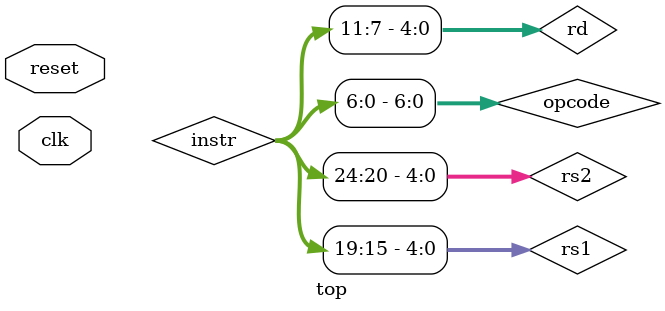
<source format=sv>
module top (
    input logic clk,
    input logic reset
);
    //   Counter 
    logic [31:0] pc, next_pc;
    pc pc_inst (
        .clk(clk),
        .reset(reset),
        .next_pc(next_pc),
        .pc_out(pc)
    );

    //  Instruction Memory 
    logic [31:0] instr;
    instr_mem imem (
        .addr(pc),
        .instr(instr)
    );

    //  Instruction Fields 
    logic [6:0]  opcode   = instr[6:0];
    logic [4:0]  rd       = instr[11:7];
    logic [2:0]  funct3   = instr[14:12];
    logic [4:0]  rs1      = instr[19:15];
    logic [4:0]  rs2      = instr[24:20];
    logic [6:0]  funct7   = instr[31:25];

    //  Control Signals 
    logic reg_write, alu_src, mem_to_reg, mem_read, mem_write, branch;
    logic [1:0] alu_op;

    control control_unit (
        .opcode(opcode),
        .reg_write(reg_write),
        .alu_src(alu_src),
        .mem_to_reg(mem_to_reg),
        .mem_read(mem_read),
        .mem_write(mem_write),
        .branch(branch),
        .alu_op(alu_op)
    );

    //  Immediate Generation 
    logic [31:0] imm_out;
    imm_gen imm_gen_inst (
        .instr(instr),
        .imm(imm_out)
    );

    //  Register File 
    logic [31:0] rs1_data, rs2_data, write_data;
    regfile rf (
        .clk(clk),
        .we(reg_write),
        .rs1_addr(rs1),
        .rs2_addr(rs2),
        .rd_addr(rd),
        .rd_data(write_data),
        .rs1_data(rs1_data),
        .rs2_data(rs2_data)
    );

        //  The ALU 
    logic [31:0] alu_in2, alu_result;
    logic [3:0] alu_control;

    // Control
    alu_control alu_ctl (
        .alu_op(alu_op),
        .funct3(funct3),
        .funct7(funct7),
        .alu_control(alu_control)
    );

    assign alu_in2 = alu_src ? imm_out : rs2_data;

    alu alu_inst (
        .a(rs1_data),
        .b(alu_in2),
        .alu_control(alu_control),
        .result(alu_result)
    );


    // Updated Logic 
    logic pc_src;
    assign pc_src = branch && (alu_result == 0);
    assign next_pc = pc_src ? (pc + imm_out) : (pc + 4);

    // Write Back
    assign write_data = alu_result; // later add mem_to_reg logic if you add data_mem
endmodule

</source>
